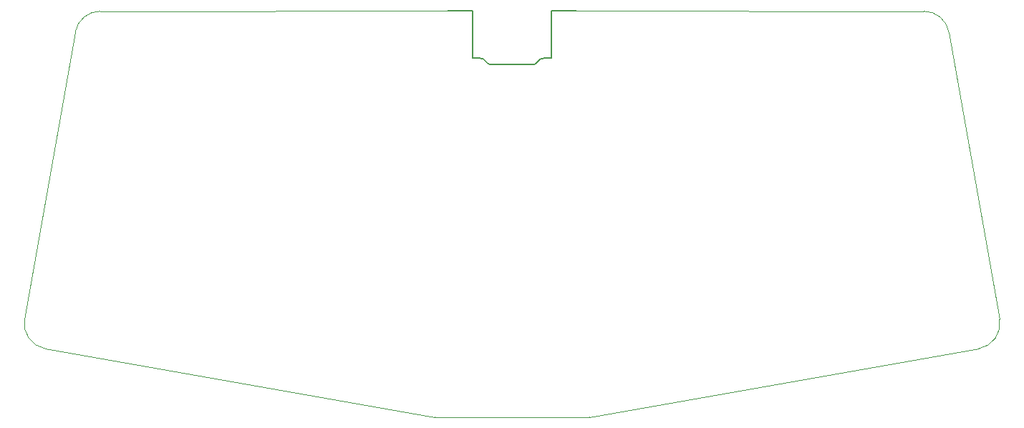
<source format=gbr>
%TF.GenerationSoftware,KiCad,Pcbnew,7.0.8*%
%TF.CreationDate,2023-12-10T13:03:46-06:00*%
%TF.ProjectId,sadcatz40,73616463-6174-47a3-9430-2e6b69636164,rev?*%
%TF.SameCoordinates,Original*%
%TF.FileFunction,Profile,NP*%
%FSLAX46Y46*%
G04 Gerber Fmt 4.6, Leading zero omitted, Abs format (unit mm)*
G04 Created by KiCad (PCBNEW 7.0.8) date 2023-12-10 13:03:46*
%MOMM*%
%LPD*%
G01*
G04 APERTURE LIST*
%TA.AperFunction,Profile*%
%ADD10C,0.050000*%
%TD*%
%TA.AperFunction,Profile*%
%ADD11C,0.100000*%
%TD*%
%TA.AperFunction,Profile*%
%ADD12C,0.150000*%
%TD*%
G04 APERTURE END LIST*
D10*
X44441565Y-32787560D02*
G75*
G03*
X41487144Y-35266610I35J-3000040D01*
G01*
X35499282Y-69225444D02*
X41487144Y-35266610D01*
X83960247Y-80816694D02*
X37932767Y-72700815D01*
X148339025Y-72700809D02*
X102311542Y-80816697D01*
D11*
X100724266Y-32754164D02*
X141830219Y-32787556D01*
D10*
X35499209Y-69225431D02*
G75*
G03*
X37932767Y-72700815I2954391J-520969D01*
G01*
D11*
X85484268Y-32754168D02*
X44441565Y-32787555D01*
D10*
X101790596Y-80862273D02*
X84481194Y-80862276D01*
X148339033Y-72700853D02*
G75*
G03*
X150772501Y-69225442I-521133J2954553D01*
G01*
X144784644Y-35266609D02*
X150772501Y-69225442D01*
X101790596Y-80862267D02*
G75*
G03*
X102311542Y-80816696I4J3000367D01*
G01*
X144784593Y-35266618D02*
G75*
G03*
X141830219Y-32787556I-2954293J-520782D01*
G01*
X83960247Y-80816693D02*
G75*
G03*
X84481194Y-80862276I520853J2952993D01*
G01*
D12*
%TO.C,J1*%
X90653304Y-39104166D02*
X95555228Y-39104166D01*
X88434266Y-38354166D02*
X89354266Y-38354166D01*
X97774266Y-38354166D02*
X96854266Y-38354166D01*
X97774266Y-38354166D02*
X97774266Y-32754166D01*
X85484266Y-32754166D02*
X88434266Y-32754166D01*
X88434266Y-32754166D02*
X88434266Y-38354166D01*
X97774266Y-32754166D02*
X100724266Y-32754166D01*
X90073067Y-38769166D02*
G75*
G03*
X90653304Y-39104166I580237J335000D01*
G01*
X95555228Y-39104165D02*
G75*
G03*
X96135464Y-38769166I0J669999D01*
G01*
X96854266Y-38354167D02*
G75*
G03*
X96135466Y-38769166I0J-829999D01*
G01*
X90073067Y-38769166D02*
G75*
G03*
X89354266Y-38354166I-718801J-415000D01*
G01*
%TD*%
M02*

</source>
